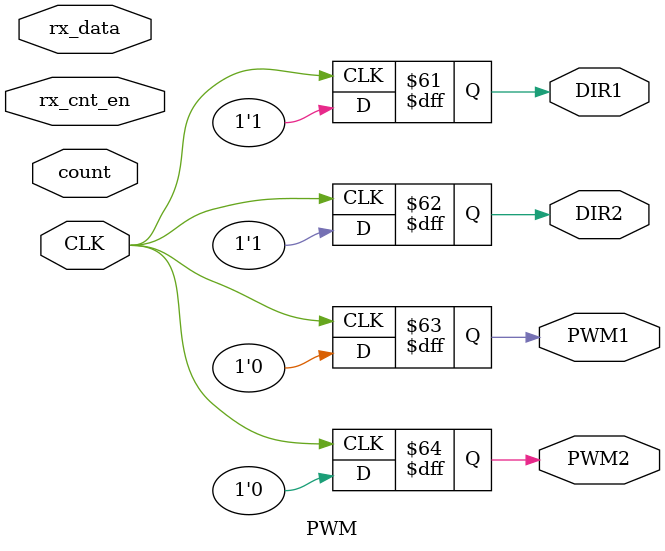
<source format=v>
`timescale 1ns / 1ps
/*******************************************
ÏXOÌ[^§äª
ªÅ«È¯êÎSÄí
********************************************/

module PWM(
	input CLK,

	input rx_data,
	input count,
	input rx_cnt_en,
	
	output reg PWM1,
	output reg PWM2,
	output reg DIR1,
	output reg DIR2
	
   );

reg [24:0] period;		//PWM§äÌüg
reg [24:0] active;		//PWM§äÌActive
parameter mode = 1;


/*******************
@@@@[^§ä
*******************/
always @(posedge CLK)
	begin
	period = period + 'b1;
		if(active == 24'd3000)
			begin
				if(period == 24'd5000)
					begin 
						active = 16'b0;
						period = 16'b0;
						//mode <= 0;
					end
			end
		else
			begin
				active = active + 'b1;
			//	mode <= 1;
			end
	end


always @(posedge CLK)
	//if(rx_cnt_en == 1'b1)
	begin
		//if(mode == 1)
			begin
				if(rx_data == 8'b01100010)			//ãÞ
					begin
						PWM1 <= 1'b1;
						PWM2 <= 1'b1;
					end
				else if(rx_data == 8'b01100110)	//Oi
					begin
						PWM1 <= 1'b1;
						PWM2 <= 1'b1;
					end
				else if(rx_data == 8'b01110010)	//Eùñ
					begin
						PWM1 <= 1'b1;
						PWM2 <= 1'b0;
					end
				else if(rx_data == 8'b01101100)	//¶ùñ
					begin
						PWM1 <= 1'b1;
						PWM2 <= 1'b1;
					end
				else										//ãLÈOÍâ~
					begin
						PWM1 <= 1'b0;
						PWM2 <= 1'b0;
					end
			end
		/*else if(mode == 0)							
			begin
				PWM1 <= 1'b0;
				PWM2 <= 1'b0;
			end*/
	end
	
	
always @(posedge CLK)
	if(rx_data == 8'b01100010)				//ãÞ
		begin
			DIR1 <= 1'b0;
			DIR2 <= 1'b0;
		end
	else										//OiE¶Eùñ
		begin
			DIR1 <= 1;
			DIR2 <= 1;
		end 

endmodule

</source>
